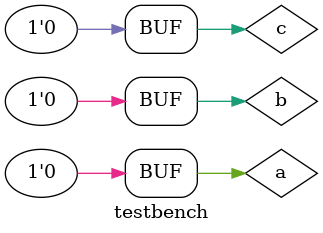
<source format=v>
`timescale 1ns / 1ps


`timescale 10ns / 100ps

module testbench();
// input
reg a, b, c;
//output
wire [7:0] D;
// Instantiate the U1
decoder3x8 u1(a, b, c, D);
// Specify input stimulus
initial begin
        a = 0; b = 0; c = 0;
    #10 a = 0; b = 0; c = 1;
    #10 a = 0; b = 1; c = 0;
    #10 a = 0; b = 1; c = 1;
    #10 a = 1; b = 0; c = 0;
    #10 a = 1; b = 0; c = 1;
    #10 a = 1; b = 1; c = 0;
    #10 a = 1; b = 1; c = 1;
    #10 a = 0; b = 0; c = 0;
end
endmodule

</source>
